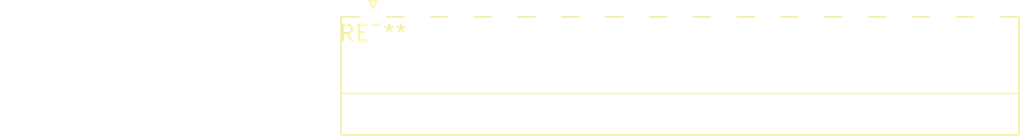
<source format=kicad_pcb>
(kicad_pcb (version 20240108) (generator pcbnew)
  (layers (0 "F.Cu" signal) (31 "B.Cu" signal) (34 "B.Paste" user) (35 "F.Paste" user) (36 "B.SilkS" user "B.Silkscreen") (37 "F.SilkS" user "F.Silkscreen") (38 "B.Mask" user) (39 "F.Mask" user) (44 "Edge.Cuts" user))
  (net 0 "")
  (footprint "PhoenixContact_MC_1,5_15-G-3.5_1x15_P3.50mm_Horizontal" (layer "F.Cu") (at 0 0)
    (property "Reference" "REF**")
    (property "Value" "PhoenixContact_MC_1,5_15-G-3.5_1x15_P3.50mm_Horizontal")
    (fp_line (start -2.56 -1.31) (end -2.56 8.11) (layer "F.SilkS") (stroke (width 0.12)))
    (fp_line (start -2.56 -1.31) (end -1.05 -1.31) (layer "F.SilkS") (stroke (width 0.12)))
    (fp_line (start -2.56 4.8) (end 51.56 4.8) (layer "F.SilkS") (stroke (width 0.12)))
    (fp_line (start -2.56 8.11) (end 51.56 8.11) (layer "F.SilkS") (stroke (width 0.12)))
    (fp_line (start -0.3 -2.6) (end 0.3 -2.6) (layer "F.SilkS") (stroke (width 0.12)))
    (fp_line (start 0 -2) (end -0.3 -2.6) (layer "F.SilkS") (stroke (width 0.12)))
    (fp_line (start 0.3 -2.6) (end 0 -2) (layer "F.SilkS") (stroke (width 0.12)))
    (fp_line (start 1.05 -1.31) (end 2.45 -1.31) (layer "F.SilkS") (stroke (width 0.12)))
    (fp_line (start 4.55 -1.31) (end 5.95 -1.31) (layer "F.SilkS") (stroke (width 0.12)))
    (fp_line (start 8.05 -1.31) (end 9.45 -1.31) (layer "F.SilkS") (stroke (width 0.12)))
    (fp_line (start 11.55 -1.31) (end 12.95 -1.31) (layer "F.SilkS") (stroke (width 0.12)))
    (fp_line (start 15.05 -1.31) (end 16.45 -1.31) (layer "F.SilkS") (stroke (width 0.12)))
    (fp_line (start 18.55 -1.31) (end 19.95 -1.31) (layer "F.SilkS") (stroke (width 0.12)))
    (fp_line (start 22.05 -1.31) (end 23.45 -1.31) (layer "F.SilkS") (stroke (width 0.12)))
    (fp_line (start 25.55 -1.31) (end 26.95 -1.31) (layer "F.SilkS") (stroke (width 0.12)))
    (fp_line (start 29.05 -1.31) (end 30.45 -1.31) (layer "F.SilkS") (stroke (width 0.12)))
    (fp_line (start 32.55 -1.31) (end 33.95 -1.31) (layer "F.SilkS") (stroke (width 0.12)))
    (fp_line (start 36.05 -1.31) (end 37.45 -1.31) (layer "F.SilkS") (stroke (width 0.12)))
    (fp_line (start 39.55 -1.31) (end 40.95 -1.31) (layer "F.SilkS") (stroke (width 0.12)))
    (fp_line (start 43.05 -1.31) (end 44.45 -1.31) (layer "F.SilkS") (stroke (width 0.12)))
    (fp_line (start 46.55 -1.31) (end 47.95 -1.31) (layer "F.SilkS") (stroke (width 0.12)))
    (fp_line (start 51.56 -1.31) (end 50.05 -1.31) (layer "F.SilkS") (stroke (width 0.12)))
    (fp_line (start 51.56 8.11) (end 51.56 -1.31) (layer "F.SilkS") (stroke (width 0.12)))
    (pad "1" thru_hole roundrect (at 0 0) (size 1.8 3.6) (drill 1.2) (layers *.Cu *.Mask) (remove_unused_layers) (roundrect_rratio 0.138889))
    (pad "2" thru_hole oval (at 3.5 0) (size 1.8 3.6) (drill 1.2) (layers *.Cu *.Mask) (remove_unused_layers))
    (pad "3" thru_hole oval (at 7 0) (size 1.8 3.6) (drill 1.2) (layers *.Cu *.Mask) (remove_unused_layers))
    (pad "4" thru_hole oval (at 10.5 0) (size 1.8 3.6) (drill 1.2) (layers *.Cu *.Mask) (remove_unused_layers))
    (pad "5" thru_hole oval (at 14 0) (size 1.8 3.6) (drill 1.2) (layers *.Cu *.Mask) (remove_unused_layers))
    (pad "6" thru_hole oval (at 17.5 0) (size 1.8 3.6) (drill 1.2) (layers *.Cu *.Mask) (remove_unused_layers))
    (pad "7" thru_hole oval (at 21 0) (size 1.8 3.6) (drill 1.2) (layers *.Cu *.Mask) (remove_unused_layers))
    (pad "8" thru_hole oval (at 24.5 0) (size 1.8 3.6) (drill 1.2) (layers *.Cu *.Mask) (remove_unused_layers))
    (pad "9" thru_hole oval (at 28 0) (size 1.8 3.6) (drill 1.2) (layers *.Cu *.Mask) (remove_unused_layers))
    (pad "10" thru_hole oval (at 31.5 0) (size 1.8 3.6) (drill 1.2) (layers *.Cu *.Mask) (remove_unused_layers))
    (pad "11" thru_hole oval (at 35 0) (size 1.8 3.6) (drill 1.2) (layers *.Cu *.Mask) (remove_unused_layers))
    (pad "12" thru_hole oval (at 38.5 0) (size 1.8 3.6) (drill 1.2) (layers *.Cu *.Mask) (remove_unused_layers))
    (pad "13" thru_hole oval (at 42 0) (size 1.8 3.6) (drill 1.2) (layers *.Cu *.Mask) (remove_unused_layers))
    (pad "14" thru_hole oval (at 45.5 0) (size 1.8 3.6) (drill 1.2) (layers *.Cu *.Mask) (remove_unused_layers))
    (pad "15" thru_hole oval (at 49 0) (size 1.8 3.6) (drill 1.2) (layers *.Cu *.Mask) (remove_unused_layers))
  )
)
</source>
